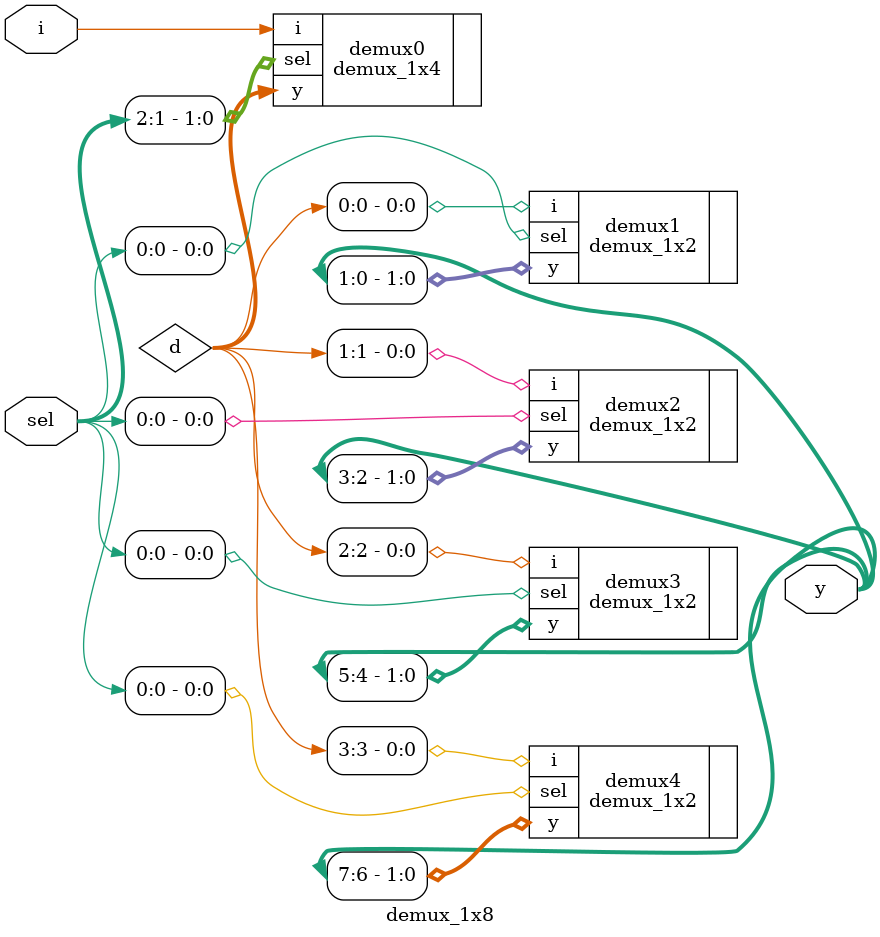
<source format=v>
`timescale 1ns / 1ps


module demux_1x8(
    input i,
    input [2:0] sel,
    output [7:0] y
    );
    
    wire [3:0]d;
    
    demux_1x4 demux0 (.i(i) , .sel(sel[2:1]), .y(d));
    
    demux_1x2 demux1 (.i(d[0]) , .sel(sel[0]), .y(y[1:0]));
    demux_1x2 demux2 (.i(d[1]) , .sel(sel[0]), .y(y[3:2]));
    demux_1x2 demux3 (.i(d[2]) , .sel(sel[0]), .y(y[5:4]));
    demux_1x2 demux4 (.i(d[3]) , .sel(sel[0]), .y(y[7:6]));
    
    

endmodule

</source>
